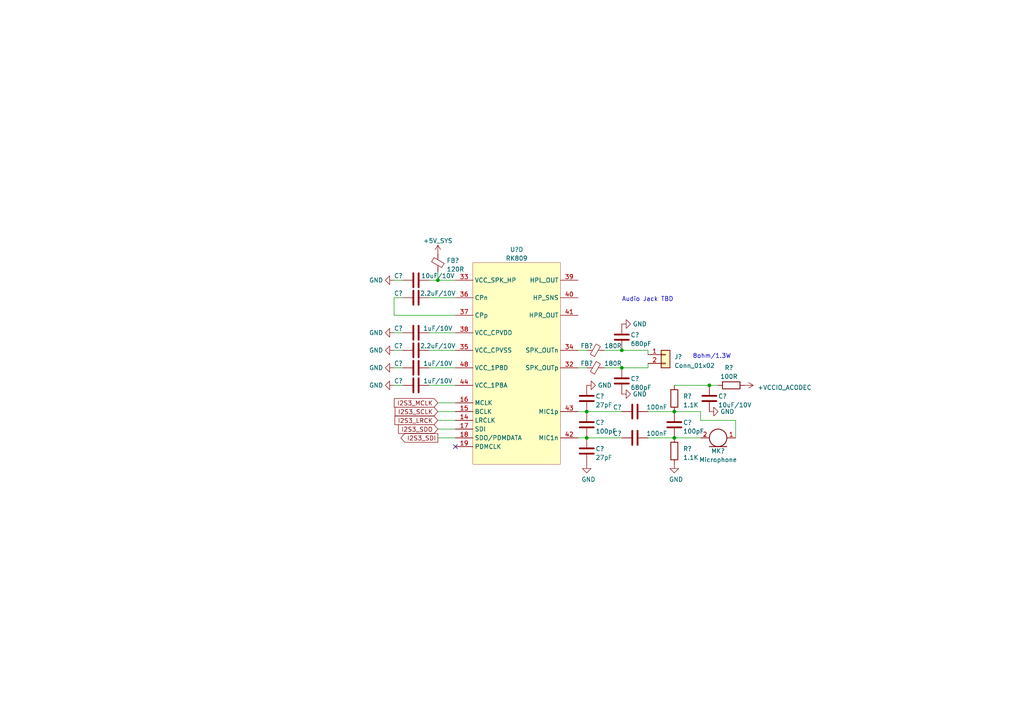
<source format=kicad_sch>
(kicad_sch (version 20210406) (generator eeschema)
  (paper "A4")
  (title_block (title "Archer") (date "2021-04-26") (rev "R0.1 draft") (company "Copyright EI-2030 2021.") (comment 2 "MERCHANTABILITY, SATISFACTORY QUALITY AND FITNESS FOR A PARTICULAR PURPOSE.") (comment 3 "source is distributed WITHOUT ANY EXPRESS OR IMPLIED WARRANTY, INCLUDING OF") (comment 4 "This source describes Open Hardware and is licensed under the CERN-OHL-S v2. This "))
  (lib_symbols
    (symbol "Connector_Generic:Conn_01x02" (pin_names (offset 1.016) hide)
      (property "Reference" "J" (at 0 2.54 0))
      (property "Value" "Conn_01x02" (at 0 -5.08 0))
      (symbol "Conn_01x02_1_1"
        (rectangle (start -1.27 -2.413) (end 0 -2.667) (stroke (width 0.1524)))
        (rectangle (start -1.27 0.127) (end 0 -0.127) (stroke (width 0.1524)))
        (rectangle (start -1.27 1.27) (end 1.27 -3.81) (stroke (width 0.254)) (fill (type background)))
        (pin passive line (at -5.08 0 0) (length 3.81) (name "Pin_1") (number "1"))
        (pin passive line (at -5.08 -2.54 0) (length 3.81) (name "Pin_2") (number "2"))
      )
    )
    (symbol "Device:C" (pin_numbers hide) (pin_names (offset 0.254))
      (property "Reference" "C" (at 0.635 2.54 0))
      (property "Value" "C" (at 0.635 -2.54 0))
      (symbol "C_0_1"
        (polyline (pts (xy -2.032 -0.762) (xy 2.032 -0.762)) (stroke (width 0.508)))
        (polyline (pts (xy -2.032 0.762) (xy 2.032 0.762)) (stroke (width 0.508)))
      )
      (symbol "C_1_1"
        (pin passive line (at 0 3.81 270) (length 2.794) (name "~") (number "1"))
        (pin passive line (at 0 -3.81 90) (length 2.794) (name "~") (number "2"))
      )
    )
    (symbol "Device:FerriteBead_Small" (pin_numbers hide) (pin_names (offset 0))
      (property "Reference" "FB" (at 1.905 1.27 0))
      (property "Value" "FerriteBead_Small" (at 1.905 -1.27 0))
      (symbol "FerriteBead_Small_0_1"
        (polyline (pts (xy 0 -1.27) (xy 0 -0.7874)))
        (polyline (pts (xy 0 0.889) (xy 0 1.2954)))
        (polyline (pts (xy -1.8288 0.2794) (xy -1.1176 1.4986) (xy 1.8288 -0.2032) (xy 1.1176 -1.4224) (xy -1.8288 0.2794)))
      )
      (symbol "FerriteBead_Small_1_1"
        (pin passive line (at 0 2.54 270) (length 1.27) (name "~") (number "1"))
        (pin passive line (at 0 -2.54 90) (length 1.27) (name "~") (number "2"))
      )
    )
    (symbol "Device:Microphone" (pin_names (offset 0.0254) hide)
      (property "Reference" "MK" (at -3.81 1.27 0))
      (property "Value" "Microphone" (at -3.81 -0.635 0))
      (symbol "Microphone_0_1"
        (circle (center 0 0) (radius 2.54) (stroke (width 0.254)))
        (polyline (pts (xy -2.54 2.54) (xy -2.54 -2.54)) (stroke (width 0.254)))
        (polyline (pts (xy 0.254 3.81) (xy 0.762 3.81)))
        (polyline (pts (xy 0.508 4.064) (xy 0.508 3.556)))
      )
      (symbol "Microphone_1_1"
        (pin passive line (at 0 -5.08 90) (length 2.54) (name "-") (number "1"))
        (pin passive line (at 0 5.08 270) (length 2.54) (name "+") (number "2"))
      )
    )
    (symbol "Device:R" (pin_numbers hide) (pin_names (offset 0))
      (property "Reference" "R" (at 2.032 0 90))
      (property "Value" "R" (at 0 0 90))
      (symbol "R_0_1"
        (rectangle (start -1.016 -2.54) (end 1.016 2.54) (stroke (width 0.254)))
      )
      (symbol "R_1_1"
        (pin passive line (at 0 3.81 270) (length 1.27) (name "~") (number "1"))
        (pin passive line (at 0 -3.81 90) (length 1.27) (name "~") (number "2"))
      )
    )
    (symbol "power:GND" (power) (pin_names (offset 0))
      (property "Value" "GND" (at 0 -3.81 0))
      (symbol "GND_0_1"
        (polyline (pts (xy 0 0) (xy 0 -1.27) (xy 1.27 -1.27) (xy 0 -2.54) (xy -1.27 -1.27) (xy 0 -1.27)))
      )
      (symbol "GND_1_1"
        (pin power_in line (at 0 0 270) (length 0) hide (name "GND") (number "1"))
      )
    )
    (symbol "symbols:+5V_SYS" (power) (pin_names (offset 0))
      (property "Value" "+5V_SYS" (at 0 3.556 0))
      (symbol "+5V_SYS_0_1"
        (polyline (pts (xy -0.762 1.27) (xy 0 2.54)))
        (polyline (pts (xy 0 0) (xy 0 2.54)))
        (polyline (pts (xy 0 2.54) (xy 0.762 1.27)))
      )
      (symbol "+5V_SYS_1_1"
        (pin power_in line (at 0 0 90) (length 0) hide (name "+5V_SYS") (number "1"))
      )
    )
    (symbol "symbols:+VCCIO_ACODEC" (power) (pin_names (offset 0))
      (property "Value" "+VCCIO_ACODEC" (at 0 3.556 0))
      (symbol "+VCCIO_ACODEC_0_1"
        (polyline (pts (xy -0.762 1.27) (xy 0 2.54)))
        (polyline (pts (xy 0 0) (xy 0 2.54)))
        (polyline (pts (xy 0 2.54) (xy 0.762 1.27)))
      )
      (symbol "+VCCIO_ACODEC_1_1"
        (pin power_in line (at 0 0 90) (length 0) hide (name "+VCCIO_ACODEC") (number "1"))
      )
    )
    (symbol "symbols:RK809"
      (property "Reference" "U" (at 0 0 0))
      (property "Value" "RK809" (at 0 -2.54 0))
      (symbol "RK809_1_1"
        (rectangle (start -10.16 -5.08) (end 10.16 -45.72) (stroke (width 0.0006)) (fill (type background)))
        (pin input line (at -15.24 -25.4 0) (length 5.08) (name "VCC2") (number "10"))
        (pin input line (at -15.24 -10.16 0) (length 5.08) (name "VCC1") (number "11"))
        (pin input line (at -15.24 -15.24 0) (length 5.08) (name "SW1") (number "12"))
        (pin input line (at -15.24 -20.32 0) (length 5.08) (name "FB1") (number "13"))
        (pin input line (at 15.24 -25.4 180) (length 5.08) (name "VCC3") (number "24"))
        (pin input line (at 15.24 -30.48 180) (length 5.08) (name "SW3") (number "25"))
        (pin input line (at 15.24 -35.56 180) (length 5.08) (name "VBUCK3") (number "26"))
        (pin input line (at 15.24 -40.64 180) (length 5.08) (name "FB3") (number "27"))
        (pin input line (at 15.24 -20.32 180) (length 5.08) (name "FB4") (number "64"))
        (pin input line (at 15.24 -15.24 180) (length 5.08) (name "SW4") (number "65"))
        (pin input line (at 15.24 -10.16 180) (length 5.08) (name "VCC4") (number "66"))
        (pin input line (at -15.24 -35.56 0) (length 5.08) (name "FB2") (number "8"))
        (pin input line (at -15.24 -30.48 0) (length 5.08) (name "SW2") (number "9"))
      )
      (symbol "RK809_2_0"
        (rectangle (start -12.7 -5.08) (end 12.7 -76.2) (stroke (width 0.0006)) (fill (type background)))
      )
      (symbol "RK809_2_1"
        (pin input line (at 17.78 -20.32 180) (length 5.08) (name "LDO3") (number "20"))
        (pin input line (at 17.78 -15.24 180) (length 5.08) (name "LDO2") (number "21"))
        (pin input line (at -17.78 -10.16 0) (length 5.08) (name "VCC5") (number "22"))
        (pin input line (at 17.78 -10.16 180) (length 5.08) (name "LDO1") (number "23"))
        (pin input line (at 17.78 -25.4 180) (length 5.08) (name "LDO4") (number "28"))
        (pin input line (at 17.78 -30.48 180) (length 5.08) (name "LDO5") (number "29"))
        (pin input line (at 17.78 -40.64 180) (length 5.08) (name "LDO7") (number "3"))
        (pin input line (at -17.78 -25.4 0) (length 5.08) (name "VCC6") (number "30"))
        (pin input line (at 17.78 -35.56 180) (length 5.08) (name "LDO6") (number "31"))
        (pin input line (at -17.78 -40.64 0) (length 5.08) (name "VCC7") (number "4"))
        (pin input line (at 17.78 -45.72 180) (length 5.08) (name "LDO8") (number "5"))
        (pin input line (at 17.78 -66.04 180) (length 5.08) (name "SW5") (number "53"))
        (pin input line (at -17.78 -71.12 0) (length 5.08) (name "VCC9") (number "54"))
        (pin input line (at 17.78 -60.96 180) (length 5.08) (name "SWOUT1") (number "55"))
        (pin input line (at -17.78 -55.88 0) (length 5.08) (name "VCC8") (number "57"))
        (pin input line (at 17.78 -55.88 180) (length 5.08) (name "SWOUT2") (number "58"))
        (pin input line (at 17.78 -71.12 180) (length 5.08) (name "FB5") (number "59"))
        (pin input line (at 17.78 -50.8 180) (length 5.08) (name "LDO9") (number "6"))
      )
      (symbol "RK809_3_0"
        (rectangle (start -12.7 -5.08) (end 12.7 -55.88) (stroke (width 0.0006)) (fill (type background)))
      )
      (symbol "RK809_3_1"
        (pin input line (at -17.78 -40.64 0) (length 5.08) (name "SCL") (number "1"))
        (pin input line (at -17.78 -38.1 0) (length 5.08) (name "SDA") (number "2"))
        (pin input line (at 17.78 -10.16 180) (length 5.08) (name "VCC_RTC") (number "45"))
        (pin input line (at -17.78 -10.16 0) (length 5.08) (name "VREF") (number "46"))
        (pin input line (at -17.78 -15.24 0) (length 5.08) (name "GNDREF") (number "47"))
        (pin input line (at -17.78 -45.72 0) (length 5.08) (name "SLEEP") (number "49"))
        (pin input line (at -17.78 -22.86 0) (length 5.08) (name "XIN") (number "50"))
        (pin input line (at -17.78 -33.02 0) (length 5.08) (name "XOUT") (number "51"))
        (pin input line (at 17.78 -50.8 180) (length 5.08) (name "PWRON") (number "52"))
        (pin input line (at 17.78 -17.78 180) (length 5.08) (name "BATDIV") (number "56"))
        (pin input line (at 17.78 -40.64 180) (length 5.08) (name "EXT_EN") (number "60"))
        (pin input line (at 17.78 -45.72 180) (length 5.08) (name "VDC") (number "61"))
        (pin input line (at 17.78 -25.4 180) (length 5.08) (name "SNSP") (number "62"))
        (pin input line (at 17.78 -33.02 180) (length 5.08) (name "SNSN") (number "63"))
        (pin input line (at -17.78 -50.8 0) (length 5.08) (name "RESETB") (number "67"))
        (pin input line (at -17.78 -48.26 0) (length 5.08) (name "CLK32K") (number "68"))
        (pin input line (at -17.78 -17.78 0) (length 5.08) (name "EPAD") (number "69"))
        (pin input line (at -17.78 -43.18 0) (length 5.08) (name "INT") (number "7"))
      )
      (symbol "RK809_4_0"
        (rectangle (start -12.7 -5.08) (end 12.7 -63.5) (stroke (width 0.0006)) (fill (type background)))
      )
      (symbol "RK809_4_1"
        (pin input line (at -17.78 -50.8 0) (length 5.08) (name "LRCLK") (number "14"))
        (pin input line (at -17.78 -48.26 0) (length 5.08) (name "BCLK") (number "15"))
        (pin input line (at -17.78 -45.72 0) (length 5.08) (name "MCLK") (number "16"))
        (pin input line (at -17.78 -53.34 0) (length 5.08) (name "SDI") (number "17"))
        (pin input line (at -17.78 -55.88 0) (length 5.08) (name "SDO/PDMDATA") (number "18"))
        (pin input line (at -17.78 -58.42 0) (length 5.08) (name "PDMCLK") (number "19"))
        (pin input line (at 17.78 -35.56 180) (length 5.08) (name "SPK_OUTp") (number "32"))
        (pin input line (at -17.78 -10.16 0) (length 5.08) (name "VCC_SPK_HP") (number "33"))
        (pin input line (at 17.78 -30.48 180) (length 5.08) (name "SPK_OUTn") (number "34"))
        (pin input line (at -17.78 -30.48 0) (length 5.08) (name "VCC_CPVSS") (number "35"))
        (pin input line (at -17.78 -15.24 0) (length 5.08) (name "CPn") (number "36"))
        (pin input line (at -17.78 -20.32 0) (length 5.08) (name "CPp") (number "37"))
        (pin input line (at -17.78 -25.4 0) (length 5.08) (name "VCC_CPVDD") (number "38"))
        (pin input line (at 17.78 -10.16 180) (length 5.08) (name "HPL_OUT") (number "39"))
        (pin input line (at 17.78 -15.24 180) (length 5.08) (name "HP_SNS") (number "40"))
        (pin input line (at 17.78 -20.32 180) (length 5.08) (name "HPR_OUT") (number "41"))
        (pin input line (at 17.78 -55.88 180) (length 5.08) (name "MIC1n") (number "42"))
        (pin input line (at 17.78 -48.26 180) (length 5.08) (name "MIC1p") (number "43"))
        (pin input line (at -17.78 -40.64 0) (length 5.08) (name "VCC_1P8A") (number "44"))
        (pin input line (at -17.78 -35.56 0) (length 5.08) (name "VCC_1P8D") (number "48"))
      )
    )
  )
  (junction (at 127 81.28) (diameter 0.9144))
  (junction (at 170.18 119.38) (diameter 0.9144))
  (junction (at 170.18 127) (diameter 0.9144))
  (junction (at 180.34 101.6) (diameter 0.9144))
  (junction (at 180.34 106.68) (diameter 0.9144))
  (junction (at 195.58 119.38) (diameter 0.9144))
  (junction (at 195.58 127) (diameter 0.9144))
  (junction (at 205.74 111.76) (diameter 0.9144))
  (no_connect (at 132.08 129.54))
  (wire (pts (xy 114.3 81.28) (xy 116.84 81.28)))
  (wire (pts (xy 114.3 86.36) (xy 114.3 91.44)))
  (wire (pts (xy 114.3 91.44) (xy 132.08 91.44)))
  (wire (pts (xy 114.3 96.52) (xy 116.84 96.52)))
  (wire (pts (xy 114.3 101.6) (xy 116.84 101.6)))
  (wire (pts (xy 114.3 106.68) (xy 116.84 106.68)))
  (wire (pts (xy 114.3 111.76) (xy 116.84 111.76)))
  (wire (pts (xy 116.84 86.36) (xy 114.3 86.36)))
  (wire (pts (xy 124.46 81.28) (xy 127 81.28)))
  (wire (pts (xy 124.46 86.36) (xy 132.08 86.36)))
  (wire (pts (xy 124.46 96.52) (xy 132.08 96.52)))
  (wire (pts (xy 124.46 101.6) (xy 132.08 101.6)))
  (wire (pts (xy 124.46 106.68) (xy 132.08 106.68)))
  (wire (pts (xy 124.46 111.76) (xy 132.08 111.76)))
  (wire (pts (xy 127 78.74) (xy 127 81.28)))
  (wire (pts (xy 127 81.28) (xy 132.08 81.28)))
  (wire (pts (xy 127 116.84) (xy 132.08 116.84)))
  (wire (pts (xy 127 119.38) (xy 132.08 119.38)))
  (wire (pts (xy 127 121.92) (xy 132.08 121.92)))
  (wire (pts (xy 127 124.46) (xy 132.08 124.46)))
  (wire (pts (xy 127 127) (xy 132.08 127)))
  (wire (pts (xy 167.64 101.6) (xy 170.18 101.6)))
  (wire (pts (xy 167.64 106.68) (xy 170.18 106.68)))
  (wire (pts (xy 167.64 119.38) (xy 170.18 119.38)))
  (wire (pts (xy 167.64 127) (xy 170.18 127)))
  (wire (pts (xy 170.18 119.38) (xy 180.34 119.38)))
  (wire (pts (xy 170.18 127) (xy 180.34 127)))
  (wire (pts (xy 175.26 101.6) (xy 180.34 101.6)))
  (wire (pts (xy 175.26 106.68) (xy 180.34 106.68)))
  (wire (pts (xy 180.34 101.6) (xy 187.96 101.6)))
  (wire (pts (xy 180.34 106.68) (xy 187.96 106.68)))
  (wire (pts (xy 187.96 101.6) (xy 187.96 102.87)))
  (wire (pts (xy 187.96 105.41) (xy 187.96 106.68)))
  (wire (pts (xy 187.96 119.38) (xy 195.58 119.38)))
  (wire (pts (xy 187.96 127) (xy 195.58 127)))
  (wire (pts (xy 195.58 111.76) (xy 205.74 111.76)))
  (wire (pts (xy 195.58 127) (xy 203.2 127)))
  (wire (pts (xy 203.2 119.38) (xy 195.58 119.38)))
  (wire (pts (xy 203.2 121.92) (xy 203.2 119.38)))
  (wire (pts (xy 205.74 111.76) (xy 208.28 111.76)))
  (wire (pts (xy 213.36 121.92) (xy 203.2 121.92)))
  (wire (pts (xy 213.36 127) (xy 213.36 121.92)))
  (text "Audio Jack TBD" (at 180.34 87.63 0) (effects (font (size 1.27 1.27)) (justify left bottom)))
  (text "8ohm/1.3W" (at 212.09 104.14 180) (effects (font (size 1.27 1.27)) (justify right bottom)))
  (global_label "I2S3_MCLK" (shape input) (at 127 116.84 180) (property "Intersheet References" "${INTERSHEET_REFS}" (effects hide)))
  (global_label "I2S3_SCLK" (shape input) (at 127 119.38 180) (property "Intersheet References" "${INTERSHEET_REFS}" (effects hide)))
  (global_label "I2S3_LRCK" (shape input) (at 127 121.92 180) (property "Intersheet References" "${INTERSHEET_REFS}" (effects hide)))
  (global_label "I2S3_SDO" (shape input) (at 127 124.46 180) (property "Intersheet References" "${INTERSHEET_REFS}" (effects hide)))
  (global_label "I2S3_SDI" (shape output) (at 127 127 180) (property "Intersheet References" "${INTERSHEET_REFS}" (effects hide)))
  (symbol (lib_id "symbols:+5V_SYS") (at 127 73.66 0) (unit 1)
    (property "Reference" "#PWR?" (effects hide))
    (property "Value" "+5V_SYS" (at 127 69.85 0))
  )
  (symbol (lib_id "symbols:+VCCIO_ACODEC") (at 215.9 111.76 270) (unit 1)
    (property "Reference" "#PWR?" (effects hide))
    (property "Value" "+VCCIO_ACODEC" (at 219.71 112.3949 90) (effects (justify left)))
  )
  (symbol (lib_id "power:GND") (at 114.3 81.28 270) (unit 1)
    (property "Reference" "#PWR?" (effects hide))
    (property "Value" "GND" (at 111.125 81.2799 90) (effects (justify right)))
  )
  (symbol (lib_id "power:GND") (at 114.3 96.52 270) (unit 1)
    (property "Reference" "#PWR?" (effects hide))
    (property "Value" "GND" (at 111.125 96.5199 90) (effects (justify right)))
  )
  (symbol (lib_id "power:GND") (at 114.3 101.6 270) (unit 1)
    (property "Reference" "#PWR?" (effects hide))
    (property "Value" "GND" (at 111.125 101.5999 90) (effects (justify right)))
  )
  (symbol (lib_id "power:GND") (at 114.3 106.68 270) (unit 1)
    (property "Reference" "#PWR?" (effects hide))
    (property "Value" "GND" (at 111.125 106.6799 90) (effects (justify right)))
  )
  (symbol (lib_id "power:GND") (at 114.3 111.76 270) (unit 1)
    (property "Reference" "#PWR?" (effects hide))
    (property "Value" "GND" (at 111.125 111.7599 90) (effects (justify right)))
  )
  (symbol (lib_id "power:GND") (at 170.18 111.76 90) (unit 1)
    (property "Reference" "#PWR?" (effects hide))
    (property "Value" "GND" (at 173.355 111.7601 90) (effects (justify right)))
  )
  (symbol (lib_id "power:GND") (at 170.18 134.62 0) (unit 1)
    (property "Reference" "#PWR?" (effects hide))
    (property "Value" "GND" (at 172.7199 139.065 0) (effects (justify right)))
  )
  (symbol (lib_id "power:GND") (at 180.34 93.98 90) (unit 1)
    (property "Reference" "#PWR?" (effects hide))
    (property "Value" "GND" (at 183.515 93.9801 90) (effects (justify right)))
  )
  (symbol (lib_id "power:GND") (at 180.34 114.3 90) (unit 1)
    (property "Reference" "#PWR?" (effects hide))
    (property "Value" "GND" (at 183.515 114.3001 90) (effects (justify right)))
  )
  (symbol (lib_id "power:GND") (at 195.58 134.62 0) (unit 1)
    (property "Reference" "#PWR?" (effects hide))
    (property "Value" "GND" (at 198.1199 139.065 0) (effects (justify right)))
  )
  (symbol (lib_id "power:GND") (at 205.74 119.38 90) (unit 1)
    (property "Reference" "#PWR?" (effects hide))
    (property "Value" "GND" (at 208.915 119.3801 90) (effects (justify right)))
  )
  (symbol (lib_id "Device:R") (at 195.58 115.57 0) (unit 1)
    (property "Reference" "R?" (at 198.12 114.9349 0) (effects (justify left)))
    (property "Value" "1.1K" (at 198.12 117.4749 0) (effects (justify left)))
    (property "Footprint" "Resistor_SMD:R_0402_1005Metric" (effects hide))
  )
  (symbol (lib_id "Device:R") (at 195.58 130.81 0) (unit 1)
    (property "Reference" "R?" (at 198.12 130.1749 0) (effects (justify left)))
    (property "Value" "1.1K" (at 198.12 132.7149 0) (effects (justify left)))
    (property "Footprint" "Resistor_SMD:R_0402_1005Metric" (effects hide))
  )
  (symbol (lib_id "Device:R") (at 212.09 111.76 90) (unit 1)
    (property "Reference" "R?" (at 212.7249 106.68 90) (effects (justify left)))
    (property "Value" "100R" (at 213.9949 109.22 90) (effects (justify left)))
    (property "Footprint" "Resistor_SMD:R_0402_1005Metric" (effects hide))
  )
  (symbol (lib_id "Device:FerriteBead_Small") (at 127 76.2 0) (unit 1)
    (property "Reference" "FB?" (at 129.54 75.5649 0) (effects (justify left)))
    (property "Value" "120R" (at 129.54 78.1049 0) (effects (justify left)))
    (property "Footprint" "Inductor_SMD:L_0603_1608Metric" (effects hide))
  )
  (symbol (lib_id "Device:FerriteBead_Small") (at 172.72 101.6 90) (unit 1)
    (property "Reference" "FB?" (at 170.18 100.33 90))
    (property "Value" "180R" (at 177.8 100.33 90))
    (property "Footprint" "Inductor_SMD:L_0603_1608Metric" (effects hide))
  )
  (symbol (lib_id "Device:FerriteBead_Small") (at 172.72 106.68 90) (unit 1)
    (property "Reference" "FB?" (at 170.18 105.41 90))
    (property "Value" "180R" (at 177.8 105.41 90))
    (property "Footprint" "Inductor_SMD:L_0603_1608Metric" (effects hide))
  )
  (symbol (lib_id "Connector_Generic:Conn_01x02") (at 193.04 102.87 0) (unit 1)
    (property "Reference" "J?" (at 195.58 103.5049 0) (effects (justify left)))
    (property "Value" "Conn_01x02" (at 195.58 106.0449 0) (effects (justify left)))
  )
  (symbol (lib_id "Device:C") (at 120.65 81.28 90) (unit 1)
    (property "Reference" "C?" (at 115.57 80.01 90))
    (property "Value" "10uF/10V" (at 127 80.01 90))
    (property "Footprint" "Capacitor_SMD:C_0603_1608Metric" (effects hide))
  )
  (symbol (lib_id "Device:C") (at 120.65 86.36 90) (unit 1)
    (property "Reference" "C?" (at 115.57 85.09 90))
    (property "Value" "2.2uF/10V" (at 127 85.09 90))
    (property "Footprint" "Capacitor_SMD:C_0402_1005Metric" (effects hide))
  )
  (symbol (lib_id "Device:C") (at 120.65 96.52 90) (unit 1)
    (property "Reference" "C?" (at 115.57 95.25 90))
    (property "Value" "1uF/10V" (at 127 95.25 90))
    (property "Footprint" "Capacitor_SMD:C_0402_1005Metric" (effects hide))
  )
  (symbol (lib_id "Device:C") (at 120.65 101.6 90) (unit 1)
    (property "Reference" "C?" (at 115.57 100.33 90))
    (property "Value" "2.2uF/10V" (at 127 100.33 90))
    (property "Footprint" "Capacitor_SMD:C_0402_1005Metric" (effects hide))
  )
  (symbol (lib_id "Device:C") (at 120.65 106.68 90) (unit 1)
    (property "Reference" "C?" (at 115.57 105.41 90))
    (property "Value" "1uF/10V" (at 127 105.41 90))
    (property "Footprint" "Capacitor_SMD:C_0402_1005Metric" (effects hide))
  )
  (symbol (lib_id "Device:C") (at 120.65 111.76 90) (unit 1)
    (property "Reference" "C?" (at 115.57 110.49 90))
    (property "Value" "1uF/10V" (at 127 110.49 90))
    (property "Footprint" "Capacitor_SMD:C_0402_1005Metric" (effects hide))
  )
  (symbol (lib_id "Device:C") (at 170.18 115.57 0) (unit 1)
    (property "Reference" "C?" (at 172.72 114.9349 0) (effects (justify left)))
    (property "Value" "27pF" (at 172.72 117.4749 0) (effects (justify left)))
  )
  (symbol (lib_id "Device:C") (at 170.18 123.19 0) (unit 1)
    (property "Reference" "C?" (at 172.72 122.5549 0) (effects (justify left)))
    (property "Value" "100pF" (at 172.72 125.0949 0) (effects (justify left)))
  )
  (symbol (lib_id "Device:C") (at 170.18 130.81 0) (unit 1)
    (property "Reference" "C?" (at 172.72 130.1749 0) (effects (justify left)))
    (property "Value" "27pF" (at 172.72 132.7149 0) (effects (justify left)))
  )
  (symbol (lib_id "Device:C") (at 180.34 97.79 0) (unit 1)
    (property "Reference" "C?" (at 182.88 97.1549 0) (effects (justify left)))
    (property "Value" "680pF" (at 182.88 99.6949 0) (effects (justify left)))
  )
  (symbol (lib_id "Device:C") (at 180.34 110.49 0) (unit 1)
    (property "Reference" "C?" (at 182.88 109.8549 0) (effects (justify left)))
    (property "Value" "680pF" (at 182.88 112.3949 0) (effects (justify left)))
  )
  (symbol (lib_id "Device:C") (at 184.15 119.38 90) (unit 1)
    (property "Reference" "C?" (at 179.07 118.11 90))
    (property "Value" "100nF" (at 190.5 118.11 90))
    (property "Footprint" "Capacitor_SMD:C_0402_1005Metric" (effects hide))
  )
  (symbol (lib_id "Device:C") (at 184.15 127 90) (unit 1)
    (property "Reference" "C?" (at 179.07 125.73 90))
    (property "Value" "100nF" (at 190.5 125.73 90))
    (property "Footprint" "Capacitor_SMD:C_0402_1005Metric" (effects hide))
  )
  (symbol (lib_id "Device:C") (at 195.58 123.19 0) (unit 1)
    (property "Reference" "C?" (at 198.12 122.5549 0) (effects (justify left)))
    (property "Value" "100pF" (at 198.12 125.0949 0) (effects (justify left)))
  )
  (symbol (lib_id "Device:C") (at 205.74 115.57 0) (unit 1)
    (property "Reference" "C?" (at 208.28 114.9349 0) (effects (justify left)))
    (property "Value" "10uF/10V" (at 208.28 117.4749 0) (effects (justify left)))
    (property "Footprint" "Capacitor_SMD:C_0603_1608Metric" (effects hide))
  )
  (symbol (lib_id "Device:Microphone") (at 208.28 127 90) (unit 1)
    (property "Reference" "MK?" (at 208.28 130.81 90))
    (property "Value" "Microphone" (at 208.28 133.35 90))
  )
  (symbol (lib_id "symbols:RK809") (at 149.86 71.12 0) (unit 4)
    (property "Reference" "U?" (at 149.86 72.39 0))
    (property "Value" "RK809" (at 149.86 74.93 0))
  )
)
</source>
